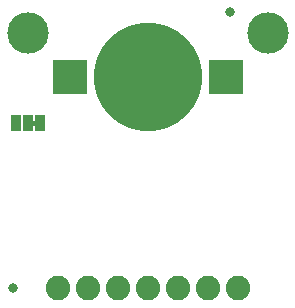
<source format=gbs>
G75*
%MOIN*%
%OFA0B0*%
%FSLAX25Y25*%
%IPPOS*%
%LPD*%
%AMOC8*
5,1,8,0,0,1.08239X$1,22.5*
%
%ADD10C,0.13800*%
%ADD11C,0.03300*%
%ADD12C,0.08200*%
%ADD13R,0.11750X0.11750*%
%ADD14C,0.36233*%
%ADD15R,0.03300X0.05800*%
%ADD16C,0.00500*%
D10*
X0143333Y0130000D03*
X0223333Y0130000D03*
D11*
X0138333Y0045000D03*
X0210833Y0137000D03*
D12*
X0213333Y0045000D03*
X0203333Y0045000D03*
X0193333Y0045000D03*
X0183333Y0045000D03*
X0173333Y0045000D03*
X0163333Y0045000D03*
X0153333Y0045000D03*
D13*
X0157333Y0115500D03*
X0209333Y0115500D03*
D14*
X0183333Y0115500D03*
D15*
X0147333Y0100000D03*
X0143333Y0100000D03*
X0139333Y0100000D03*
D16*
X0144583Y0099821D02*
X0146083Y0099821D01*
X0146083Y0099500D02*
X0146083Y0100500D01*
X0144583Y0100500D01*
X0144583Y0099500D01*
X0146083Y0099500D01*
X0146083Y0100320D02*
X0144583Y0100320D01*
M02*

</source>
